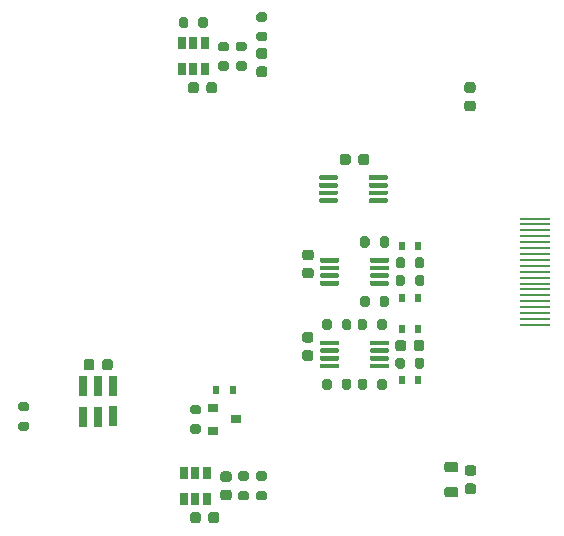
<source format=gbr>
%TF.GenerationSoftware,KiCad,Pcbnew,5.1.9-73d0e3b20d~88~ubuntu20.04.1*%
%TF.CreationDate,2021-06-05T19:42:07+02:00*%
%TF.ProjectId,andy,616e6479-2e6b-4696-9361-645f70636258,v1.00*%
%TF.SameCoordinates,Original*%
%TF.FileFunction,Paste,Top*%
%TF.FilePolarity,Positive*%
%FSLAX46Y46*%
G04 Gerber Fmt 4.6, Leading zero omitted, Abs format (unit mm)*
G04 Created by KiCad (PCBNEW 5.1.9-73d0e3b20d~88~ubuntu20.04.1) date 2021-06-05 19:42:07*
%MOMM*%
%LPD*%
G01*
G04 APERTURE LIST*
%ADD10R,0.650000X1.060000*%
%ADD11R,2.600000X0.280000*%
%ADD12R,0.600000X0.700000*%
%ADD13R,0.900000X0.800000*%
%ADD14R,0.800000X1.700000*%
G04 APERTURE END LIST*
%TO.C,C1*%
G36*
G01*
X169910000Y-82625000D02*
X170410000Y-82625000D01*
G75*
G02*
X170635000Y-82850000I0J-225000D01*
G01*
X170635000Y-83300000D01*
G75*
G02*
X170410000Y-83525000I-225000J0D01*
G01*
X169910000Y-83525000D01*
G75*
G02*
X169685000Y-83300000I0J225000D01*
G01*
X169685000Y-82850000D01*
G75*
G02*
X169910000Y-82625000I225000J0D01*
G01*
G37*
G36*
G01*
X169910000Y-81075000D02*
X170410000Y-81075000D01*
G75*
G02*
X170635000Y-81300000I0J-225000D01*
G01*
X170635000Y-81750000D01*
G75*
G02*
X170410000Y-81975000I-225000J0D01*
G01*
X169910000Y-81975000D01*
G75*
G02*
X169685000Y-81750000I0J225000D01*
G01*
X169685000Y-81300000D01*
G75*
G02*
X169910000Y-81075000I225000J0D01*
G01*
G37*
%TD*%
%TO.C,C2*%
G36*
G01*
X187530000Y-85510000D02*
X188030000Y-85510000D01*
G75*
G02*
X188255000Y-85735000I0J-225000D01*
G01*
X188255000Y-86185000D01*
G75*
G02*
X188030000Y-86410000I-225000J0D01*
G01*
X187530000Y-86410000D01*
G75*
G02*
X187305000Y-86185000I0J225000D01*
G01*
X187305000Y-85735000D01*
G75*
G02*
X187530000Y-85510000I225000J0D01*
G01*
G37*
G36*
G01*
X187530000Y-83960000D02*
X188030000Y-83960000D01*
G75*
G02*
X188255000Y-84185000I0J-225000D01*
G01*
X188255000Y-84635000D01*
G75*
G02*
X188030000Y-84860000I-225000J0D01*
G01*
X187530000Y-84860000D01*
G75*
G02*
X187305000Y-84635000I0J225000D01*
G01*
X187305000Y-84185000D01*
G75*
G02*
X187530000Y-83960000I225000J0D01*
G01*
G37*
%TD*%
%TO.C,C3*%
G36*
G01*
X187570000Y-116380000D02*
X188070000Y-116380000D01*
G75*
G02*
X188295000Y-116605000I0J-225000D01*
G01*
X188295000Y-117055000D01*
G75*
G02*
X188070000Y-117280000I-225000J0D01*
G01*
X187570000Y-117280000D01*
G75*
G02*
X187345000Y-117055000I0J225000D01*
G01*
X187345000Y-116605000D01*
G75*
G02*
X187570000Y-116380000I225000J0D01*
G01*
G37*
G36*
G01*
X187570000Y-117930000D02*
X188070000Y-117930000D01*
G75*
G02*
X188295000Y-118155000I0J-225000D01*
G01*
X188295000Y-118605000D01*
G75*
G02*
X188070000Y-118830000I-225000J0D01*
G01*
X187570000Y-118830000D01*
G75*
G02*
X187345000Y-118605000I0J225000D01*
G01*
X187345000Y-118155000D01*
G75*
G02*
X187570000Y-117930000I225000J0D01*
G01*
G37*
%TD*%
%TO.C,C4*%
G36*
G01*
X166535000Y-120570000D02*
X166535000Y-121070000D01*
G75*
G02*
X166310000Y-121295000I-225000J0D01*
G01*
X165860000Y-121295000D01*
G75*
G02*
X165635000Y-121070000I0J225000D01*
G01*
X165635000Y-120570000D01*
G75*
G02*
X165860000Y-120345000I225000J0D01*
G01*
X166310000Y-120345000D01*
G75*
G02*
X166535000Y-120570000I0J-225000D01*
G01*
G37*
G36*
G01*
X164985000Y-120570000D02*
X164985000Y-121070000D01*
G75*
G02*
X164760000Y-121295000I-225000J0D01*
G01*
X164310000Y-121295000D01*
G75*
G02*
X164085000Y-121070000I0J225000D01*
G01*
X164085000Y-120570000D01*
G75*
G02*
X164310000Y-120345000I225000J0D01*
G01*
X164760000Y-120345000D01*
G75*
G02*
X164985000Y-120570000I0J-225000D01*
G01*
G37*
%TD*%
%TO.C,C5*%
G36*
G01*
X166365000Y-84180000D02*
X166365000Y-84680000D01*
G75*
G02*
X166140000Y-84905000I-225000J0D01*
G01*
X165690000Y-84905000D01*
G75*
G02*
X165465000Y-84680000I0J225000D01*
G01*
X165465000Y-84180000D01*
G75*
G02*
X165690000Y-83955000I225000J0D01*
G01*
X166140000Y-83955000D01*
G75*
G02*
X166365000Y-84180000I0J-225000D01*
G01*
G37*
G36*
G01*
X164815000Y-84180000D02*
X164815000Y-84680000D01*
G75*
G02*
X164590000Y-84905000I-225000J0D01*
G01*
X164140000Y-84905000D01*
G75*
G02*
X163915000Y-84680000I0J225000D01*
G01*
X163915000Y-84180000D01*
G75*
G02*
X164140000Y-83955000I225000J0D01*
G01*
X164590000Y-83955000D01*
G75*
G02*
X164815000Y-84180000I0J-225000D01*
G01*
G37*
%TD*%
%TO.C,C6*%
G36*
G01*
X166870000Y-118465000D02*
X167370000Y-118465000D01*
G75*
G02*
X167595000Y-118690000I0J-225000D01*
G01*
X167595000Y-119140000D01*
G75*
G02*
X167370000Y-119365000I-225000J0D01*
G01*
X166870000Y-119365000D01*
G75*
G02*
X166645000Y-119140000I0J225000D01*
G01*
X166645000Y-118690000D01*
G75*
G02*
X166870000Y-118465000I225000J0D01*
G01*
G37*
G36*
G01*
X166870000Y-116915000D02*
X167370000Y-116915000D01*
G75*
G02*
X167595000Y-117140000I0J-225000D01*
G01*
X167595000Y-117590000D01*
G75*
G02*
X167370000Y-117815000I-225000J0D01*
G01*
X166870000Y-117815000D01*
G75*
G02*
X166645000Y-117590000I0J225000D01*
G01*
X166645000Y-117140000D01*
G75*
G02*
X166870000Y-116915000I225000J0D01*
G01*
G37*
%TD*%
%TO.C,L1*%
G36*
G01*
X186581250Y-119105000D02*
X185818750Y-119105000D01*
G75*
G02*
X185600000Y-118886250I0J218750D01*
G01*
X185600000Y-118448750D01*
G75*
G02*
X185818750Y-118230000I218750J0D01*
G01*
X186581250Y-118230000D01*
G75*
G02*
X186800000Y-118448750I0J-218750D01*
G01*
X186800000Y-118886250D01*
G75*
G02*
X186581250Y-119105000I-218750J0D01*
G01*
G37*
G36*
G01*
X186581250Y-116980000D02*
X185818750Y-116980000D01*
G75*
G02*
X185600000Y-116761250I0J218750D01*
G01*
X185600000Y-116323750D01*
G75*
G02*
X185818750Y-116105000I218750J0D01*
G01*
X186581250Y-116105000D01*
G75*
G02*
X186800000Y-116323750I0J-218750D01*
G01*
X186800000Y-116761250D01*
G75*
G02*
X186581250Y-116980000I-218750J0D01*
G01*
G37*
%TD*%
%TO.C,R1*%
G36*
G01*
X170435000Y-80495000D02*
X169885000Y-80495000D01*
G75*
G02*
X169685000Y-80295000I0J200000D01*
G01*
X169685000Y-79895000D01*
G75*
G02*
X169885000Y-79695000I200000J0D01*
G01*
X170435000Y-79695000D01*
G75*
G02*
X170635000Y-79895000I0J-200000D01*
G01*
X170635000Y-80295000D01*
G75*
G02*
X170435000Y-80495000I-200000J0D01*
G01*
G37*
G36*
G01*
X170435000Y-78845000D02*
X169885000Y-78845000D01*
G75*
G02*
X169685000Y-78645000I0J200000D01*
G01*
X169685000Y-78245000D01*
G75*
G02*
X169885000Y-78045000I200000J0D01*
G01*
X170435000Y-78045000D01*
G75*
G02*
X170635000Y-78245000I0J-200000D01*
G01*
X170635000Y-78645000D01*
G75*
G02*
X170435000Y-78845000I-200000J0D01*
G01*
G37*
%TD*%
%TO.C,R2*%
G36*
G01*
X168705000Y-82985000D02*
X168155000Y-82985000D01*
G75*
G02*
X167955000Y-82785000I0J200000D01*
G01*
X167955000Y-82385000D01*
G75*
G02*
X168155000Y-82185000I200000J0D01*
G01*
X168705000Y-82185000D01*
G75*
G02*
X168905000Y-82385000I0J-200000D01*
G01*
X168905000Y-82785000D01*
G75*
G02*
X168705000Y-82985000I-200000J0D01*
G01*
G37*
G36*
G01*
X168705000Y-81335000D02*
X168155000Y-81335000D01*
G75*
G02*
X167955000Y-81135000I0J200000D01*
G01*
X167955000Y-80735000D01*
G75*
G02*
X168155000Y-80535000I200000J0D01*
G01*
X168705000Y-80535000D01*
G75*
G02*
X168905000Y-80735000I0J-200000D01*
G01*
X168905000Y-81135000D01*
G75*
G02*
X168705000Y-81335000I-200000J0D01*
G01*
G37*
%TD*%
%TO.C,R3*%
G36*
G01*
X166645000Y-82195000D02*
X167195000Y-82195000D01*
G75*
G02*
X167395000Y-82395000I0J-200000D01*
G01*
X167395000Y-82795000D01*
G75*
G02*
X167195000Y-82995000I-200000J0D01*
G01*
X166645000Y-82995000D01*
G75*
G02*
X166445000Y-82795000I0J200000D01*
G01*
X166445000Y-82395000D01*
G75*
G02*
X166645000Y-82195000I200000J0D01*
G01*
G37*
G36*
G01*
X166645000Y-80545000D02*
X167195000Y-80545000D01*
G75*
G02*
X167395000Y-80745000I0J-200000D01*
G01*
X167395000Y-81145000D01*
G75*
G02*
X167195000Y-81345000I-200000J0D01*
G01*
X166645000Y-81345000D01*
G75*
G02*
X166445000Y-81145000I0J200000D01*
G01*
X166445000Y-80745000D01*
G75*
G02*
X166645000Y-80545000I200000J0D01*
G01*
G37*
%TD*%
%TO.C,R4*%
G36*
G01*
X164785000Y-79185000D02*
X164785000Y-78635000D01*
G75*
G02*
X164985000Y-78435000I200000J0D01*
G01*
X165385000Y-78435000D01*
G75*
G02*
X165585000Y-78635000I0J-200000D01*
G01*
X165585000Y-79185000D01*
G75*
G02*
X165385000Y-79385000I-200000J0D01*
G01*
X164985000Y-79385000D01*
G75*
G02*
X164785000Y-79185000I0J200000D01*
G01*
G37*
G36*
G01*
X163135000Y-79185000D02*
X163135000Y-78635000D01*
G75*
G02*
X163335000Y-78435000I200000J0D01*
G01*
X163735000Y-78435000D01*
G75*
G02*
X163935000Y-78635000I0J-200000D01*
G01*
X163935000Y-79185000D01*
G75*
G02*
X163735000Y-79385000I-200000J0D01*
G01*
X163335000Y-79385000D01*
G75*
G02*
X163135000Y-79185000I0J200000D01*
G01*
G37*
%TD*%
%TO.C,R5*%
G36*
G01*
X168875000Y-117715000D02*
X168325000Y-117715000D01*
G75*
G02*
X168125000Y-117515000I0J200000D01*
G01*
X168125000Y-117115000D01*
G75*
G02*
X168325000Y-116915000I200000J0D01*
G01*
X168875000Y-116915000D01*
G75*
G02*
X169075000Y-117115000I0J-200000D01*
G01*
X169075000Y-117515000D01*
G75*
G02*
X168875000Y-117715000I-200000J0D01*
G01*
G37*
G36*
G01*
X168875000Y-119365000D02*
X168325000Y-119365000D01*
G75*
G02*
X168125000Y-119165000I0J200000D01*
G01*
X168125000Y-118765000D01*
G75*
G02*
X168325000Y-118565000I200000J0D01*
G01*
X168875000Y-118565000D01*
G75*
G02*
X169075000Y-118765000I0J-200000D01*
G01*
X169075000Y-119165000D01*
G75*
G02*
X168875000Y-119365000I-200000J0D01*
G01*
G37*
%TD*%
%TO.C,R6*%
G36*
G01*
X170395000Y-119365000D02*
X169845000Y-119365000D01*
G75*
G02*
X169645000Y-119165000I0J200000D01*
G01*
X169645000Y-118765000D01*
G75*
G02*
X169845000Y-118565000I200000J0D01*
G01*
X170395000Y-118565000D01*
G75*
G02*
X170595000Y-118765000I0J-200000D01*
G01*
X170595000Y-119165000D01*
G75*
G02*
X170395000Y-119365000I-200000J0D01*
G01*
G37*
G36*
G01*
X170395000Y-117715000D02*
X169845000Y-117715000D01*
G75*
G02*
X169645000Y-117515000I0J200000D01*
G01*
X169645000Y-117115000D01*
G75*
G02*
X169845000Y-116915000I200000J0D01*
G01*
X170395000Y-116915000D01*
G75*
G02*
X170595000Y-117115000I0J-200000D01*
G01*
X170595000Y-117515000D01*
G75*
G02*
X170395000Y-117715000I-200000J0D01*
G01*
G37*
%TD*%
D10*
%TO.C,U4*%
X165310000Y-80670000D03*
X164360000Y-80670000D03*
X163410000Y-80670000D03*
X163410000Y-82870000D03*
X165310000Y-82870000D03*
X164360000Y-82870000D03*
%TD*%
%TO.C,U5*%
X164540000Y-119260000D03*
X165490000Y-119260000D03*
X163590000Y-119260000D03*
X163590000Y-117060000D03*
X164540000Y-117060000D03*
X165490000Y-117060000D03*
%TD*%
D11*
%TO.C,J3*%
X193280000Y-95500000D03*
X193280000Y-96000000D03*
X193280000Y-96500000D03*
X193280000Y-97000000D03*
X193280000Y-97500000D03*
X193280000Y-98000000D03*
X193280000Y-98500000D03*
X193280000Y-99000000D03*
X193280000Y-99500000D03*
X193280000Y-100000000D03*
X193280000Y-100500000D03*
X193280000Y-101000000D03*
X193280000Y-101500000D03*
X193280000Y-102000000D03*
X193280000Y-102500000D03*
X193280000Y-103000000D03*
X193280000Y-103500000D03*
X193280000Y-104000000D03*
X193280000Y-104500000D03*
%TD*%
%TO.C,C7*%
G36*
G01*
X181465000Y-106510000D02*
X181465000Y-106010000D01*
G75*
G02*
X181690000Y-105785000I225000J0D01*
G01*
X182140000Y-105785000D01*
G75*
G02*
X182365000Y-106010000I0J-225000D01*
G01*
X182365000Y-106510000D01*
G75*
G02*
X182140000Y-106735000I-225000J0D01*
G01*
X181690000Y-106735000D01*
G75*
G02*
X181465000Y-106510000I0J225000D01*
G01*
G37*
G36*
G01*
X183015000Y-106510000D02*
X183015000Y-106010000D01*
G75*
G02*
X183240000Y-105785000I225000J0D01*
G01*
X183690000Y-105785000D01*
G75*
G02*
X183915000Y-106010000I0J-225000D01*
G01*
X183915000Y-106510000D01*
G75*
G02*
X183690000Y-106735000I-225000J0D01*
G01*
X183240000Y-106735000D01*
G75*
G02*
X183015000Y-106510000I0J225000D01*
G01*
G37*
%TD*%
%TO.C,C8*%
G36*
G01*
X173800000Y-105105000D02*
X174300000Y-105105000D01*
G75*
G02*
X174525000Y-105330000I0J-225000D01*
G01*
X174525000Y-105780000D01*
G75*
G02*
X174300000Y-106005000I-225000J0D01*
G01*
X173800000Y-106005000D01*
G75*
G02*
X173575000Y-105780000I0J225000D01*
G01*
X173575000Y-105330000D01*
G75*
G02*
X173800000Y-105105000I225000J0D01*
G01*
G37*
G36*
G01*
X173800000Y-106655000D02*
X174300000Y-106655000D01*
G75*
G02*
X174525000Y-106880000I0J-225000D01*
G01*
X174525000Y-107330000D01*
G75*
G02*
X174300000Y-107555000I-225000J0D01*
G01*
X173800000Y-107555000D01*
G75*
G02*
X173575000Y-107330000I0J225000D01*
G01*
X173575000Y-106880000D01*
G75*
G02*
X173800000Y-106655000I225000J0D01*
G01*
G37*
%TD*%
%TO.C,C9*%
G36*
G01*
X173810000Y-99675000D02*
X174310000Y-99675000D01*
G75*
G02*
X174535000Y-99900000I0J-225000D01*
G01*
X174535000Y-100350000D01*
G75*
G02*
X174310000Y-100575000I-225000J0D01*
G01*
X173810000Y-100575000D01*
G75*
G02*
X173585000Y-100350000I0J225000D01*
G01*
X173585000Y-99900000D01*
G75*
G02*
X173810000Y-99675000I225000J0D01*
G01*
G37*
G36*
G01*
X173810000Y-98125000D02*
X174310000Y-98125000D01*
G75*
G02*
X174535000Y-98350000I0J-225000D01*
G01*
X174535000Y-98800000D01*
G75*
G02*
X174310000Y-99025000I-225000J0D01*
G01*
X173810000Y-99025000D01*
G75*
G02*
X173585000Y-98800000I0J225000D01*
G01*
X173585000Y-98350000D01*
G75*
G02*
X173810000Y-98125000I225000J0D01*
G01*
G37*
%TD*%
D12*
%TO.C,D1*%
X183400000Y-109200000D03*
X182000000Y-109200000D03*
%TD*%
%TO.C,D2*%
X183400000Y-104810000D03*
X182000000Y-104810000D03*
%TD*%
%TO.C,D3*%
X182000000Y-102200000D03*
X183400000Y-102200000D03*
%TD*%
%TO.C,D4*%
X183400000Y-97800000D03*
X182000000Y-97800000D03*
%TD*%
%TO.C,D5*%
X167700000Y-110030000D03*
X166300000Y-110030000D03*
%TD*%
D13*
%TO.C,Q1*%
X166000000Y-111550000D03*
X166000000Y-113450000D03*
X168000000Y-112500000D03*
%TD*%
%TO.C,R7*%
G36*
G01*
X178475000Y-102795000D02*
X178475000Y-102245000D01*
G75*
G02*
X178675000Y-102045000I200000J0D01*
G01*
X179075000Y-102045000D01*
G75*
G02*
X179275000Y-102245000I0J-200000D01*
G01*
X179275000Y-102795000D01*
G75*
G02*
X179075000Y-102995000I-200000J0D01*
G01*
X178675000Y-102995000D01*
G75*
G02*
X178475000Y-102795000I0J200000D01*
G01*
G37*
G36*
G01*
X180125000Y-102795000D02*
X180125000Y-102245000D01*
G75*
G02*
X180325000Y-102045000I200000J0D01*
G01*
X180725000Y-102045000D01*
G75*
G02*
X180925000Y-102245000I0J-200000D01*
G01*
X180925000Y-102795000D01*
G75*
G02*
X180725000Y-102995000I-200000J0D01*
G01*
X180325000Y-102995000D01*
G75*
G02*
X180125000Y-102795000I0J200000D01*
G01*
G37*
%TD*%
%TO.C,R8*%
G36*
G01*
X183115000Y-108015000D02*
X183115000Y-107465000D01*
G75*
G02*
X183315000Y-107265000I200000J0D01*
G01*
X183715000Y-107265000D01*
G75*
G02*
X183915000Y-107465000I0J-200000D01*
G01*
X183915000Y-108015000D01*
G75*
G02*
X183715000Y-108215000I-200000J0D01*
G01*
X183315000Y-108215000D01*
G75*
G02*
X183115000Y-108015000I0J200000D01*
G01*
G37*
G36*
G01*
X181465000Y-108015000D02*
X181465000Y-107465000D01*
G75*
G02*
X181665000Y-107265000I200000J0D01*
G01*
X182065000Y-107265000D01*
G75*
G02*
X182265000Y-107465000I0J-200000D01*
G01*
X182265000Y-108015000D01*
G75*
G02*
X182065000Y-108215000I-200000J0D01*
G01*
X181665000Y-108215000D01*
G75*
G02*
X181465000Y-108015000I0J200000D01*
G01*
G37*
%TD*%
%TO.C,R9*%
G36*
G01*
X180125000Y-97755000D02*
X180125000Y-97205000D01*
G75*
G02*
X180325000Y-97005000I200000J0D01*
G01*
X180725000Y-97005000D01*
G75*
G02*
X180925000Y-97205000I0J-200000D01*
G01*
X180925000Y-97755000D01*
G75*
G02*
X180725000Y-97955000I-200000J0D01*
G01*
X180325000Y-97955000D01*
G75*
G02*
X180125000Y-97755000I0J200000D01*
G01*
G37*
G36*
G01*
X178475000Y-97755000D02*
X178475000Y-97205000D01*
G75*
G02*
X178675000Y-97005000I200000J0D01*
G01*
X179075000Y-97005000D01*
G75*
G02*
X179275000Y-97205000I0J-200000D01*
G01*
X179275000Y-97755000D01*
G75*
G02*
X179075000Y-97955000I-200000J0D01*
G01*
X178675000Y-97955000D01*
G75*
G02*
X178475000Y-97755000I0J200000D01*
G01*
G37*
%TD*%
%TO.C,R10*%
G36*
G01*
X183125000Y-99525000D02*
X183125000Y-98975000D01*
G75*
G02*
X183325000Y-98775000I200000J0D01*
G01*
X183725000Y-98775000D01*
G75*
G02*
X183925000Y-98975000I0J-200000D01*
G01*
X183925000Y-99525000D01*
G75*
G02*
X183725000Y-99725000I-200000J0D01*
G01*
X183325000Y-99725000D01*
G75*
G02*
X183125000Y-99525000I0J200000D01*
G01*
G37*
G36*
G01*
X181475000Y-99525000D02*
X181475000Y-98975000D01*
G75*
G02*
X181675000Y-98775000I200000J0D01*
G01*
X182075000Y-98775000D01*
G75*
G02*
X182275000Y-98975000I0J-200000D01*
G01*
X182275000Y-99525000D01*
G75*
G02*
X182075000Y-99725000I-200000J0D01*
G01*
X181675000Y-99725000D01*
G75*
G02*
X181475000Y-99525000I0J200000D01*
G01*
G37*
%TD*%
%TO.C,R11*%
G36*
G01*
X181475000Y-101025000D02*
X181475000Y-100475000D01*
G75*
G02*
X181675000Y-100275000I200000J0D01*
G01*
X182075000Y-100275000D01*
G75*
G02*
X182275000Y-100475000I0J-200000D01*
G01*
X182275000Y-101025000D01*
G75*
G02*
X182075000Y-101225000I-200000J0D01*
G01*
X181675000Y-101225000D01*
G75*
G02*
X181475000Y-101025000I0J200000D01*
G01*
G37*
G36*
G01*
X183125000Y-101025000D02*
X183125000Y-100475000D01*
G75*
G02*
X183325000Y-100275000I200000J0D01*
G01*
X183725000Y-100275000D01*
G75*
G02*
X183925000Y-100475000I0J-200000D01*
G01*
X183925000Y-101025000D01*
G75*
G02*
X183725000Y-101225000I-200000J0D01*
G01*
X183325000Y-101225000D01*
G75*
G02*
X183125000Y-101025000I0J200000D01*
G01*
G37*
%TD*%
%TO.C,R12*%
G36*
G01*
X180715000Y-104205000D02*
X180715000Y-104755000D01*
G75*
G02*
X180515000Y-104955000I-200000J0D01*
G01*
X180115000Y-104955000D01*
G75*
G02*
X179915000Y-104755000I0J200000D01*
G01*
X179915000Y-104205000D01*
G75*
G02*
X180115000Y-104005000I200000J0D01*
G01*
X180515000Y-104005000D01*
G75*
G02*
X180715000Y-104205000I0J-200000D01*
G01*
G37*
G36*
G01*
X179065000Y-104205000D02*
X179065000Y-104755000D01*
G75*
G02*
X178865000Y-104955000I-200000J0D01*
G01*
X178465000Y-104955000D01*
G75*
G02*
X178265000Y-104755000I0J200000D01*
G01*
X178265000Y-104205000D01*
G75*
G02*
X178465000Y-104005000I200000J0D01*
G01*
X178865000Y-104005000D01*
G75*
G02*
X179065000Y-104205000I0J-200000D01*
G01*
G37*
%TD*%
%TO.C,R13*%
G36*
G01*
X176085000Y-104205000D02*
X176085000Y-104755000D01*
G75*
G02*
X175885000Y-104955000I-200000J0D01*
G01*
X175485000Y-104955000D01*
G75*
G02*
X175285000Y-104755000I0J200000D01*
G01*
X175285000Y-104205000D01*
G75*
G02*
X175485000Y-104005000I200000J0D01*
G01*
X175885000Y-104005000D01*
G75*
G02*
X176085000Y-104205000I0J-200000D01*
G01*
G37*
G36*
G01*
X177735000Y-104205000D02*
X177735000Y-104755000D01*
G75*
G02*
X177535000Y-104955000I-200000J0D01*
G01*
X177135000Y-104955000D01*
G75*
G02*
X176935000Y-104755000I0J200000D01*
G01*
X176935000Y-104205000D01*
G75*
G02*
X177135000Y-104005000I200000J0D01*
G01*
X177535000Y-104005000D01*
G75*
G02*
X177735000Y-104205000I0J-200000D01*
G01*
G37*
%TD*%
%TO.C,R14*%
G36*
G01*
X164275000Y-111275000D02*
X164825000Y-111275000D01*
G75*
G02*
X165025000Y-111475000I0J-200000D01*
G01*
X165025000Y-111875000D01*
G75*
G02*
X164825000Y-112075000I-200000J0D01*
G01*
X164275000Y-112075000D01*
G75*
G02*
X164075000Y-111875000I0J200000D01*
G01*
X164075000Y-111475000D01*
G75*
G02*
X164275000Y-111275000I200000J0D01*
G01*
G37*
G36*
G01*
X164275000Y-112925000D02*
X164825000Y-112925000D01*
G75*
G02*
X165025000Y-113125000I0J-200000D01*
G01*
X165025000Y-113525000D01*
G75*
G02*
X164825000Y-113725000I-200000J0D01*
G01*
X164275000Y-113725000D01*
G75*
G02*
X164075000Y-113525000I0J200000D01*
G01*
X164075000Y-113125000D01*
G75*
G02*
X164275000Y-112925000I200000J0D01*
G01*
G37*
%TD*%
%TO.C,R15*%
G36*
G01*
X180725000Y-109245000D02*
X180725000Y-109795000D01*
G75*
G02*
X180525000Y-109995000I-200000J0D01*
G01*
X180125000Y-109995000D01*
G75*
G02*
X179925000Y-109795000I0J200000D01*
G01*
X179925000Y-109245000D01*
G75*
G02*
X180125000Y-109045000I200000J0D01*
G01*
X180525000Y-109045000D01*
G75*
G02*
X180725000Y-109245000I0J-200000D01*
G01*
G37*
G36*
G01*
X179075000Y-109245000D02*
X179075000Y-109795000D01*
G75*
G02*
X178875000Y-109995000I-200000J0D01*
G01*
X178475000Y-109995000D01*
G75*
G02*
X178275000Y-109795000I0J200000D01*
G01*
X178275000Y-109245000D01*
G75*
G02*
X178475000Y-109045000I200000J0D01*
G01*
X178875000Y-109045000D01*
G75*
G02*
X179075000Y-109245000I0J-200000D01*
G01*
G37*
%TD*%
%TO.C,R16*%
G36*
G01*
X176075000Y-109245000D02*
X176075000Y-109795000D01*
G75*
G02*
X175875000Y-109995000I-200000J0D01*
G01*
X175475000Y-109995000D01*
G75*
G02*
X175275000Y-109795000I0J200000D01*
G01*
X175275000Y-109245000D01*
G75*
G02*
X175475000Y-109045000I200000J0D01*
G01*
X175875000Y-109045000D01*
G75*
G02*
X176075000Y-109245000I0J-200000D01*
G01*
G37*
G36*
G01*
X177725000Y-109245000D02*
X177725000Y-109795000D01*
G75*
G02*
X177525000Y-109995000I-200000J0D01*
G01*
X177125000Y-109995000D01*
G75*
G02*
X176925000Y-109795000I0J200000D01*
G01*
X176925000Y-109245000D01*
G75*
G02*
X177125000Y-109045000I200000J0D01*
G01*
X177525000Y-109045000D01*
G75*
G02*
X177725000Y-109245000I0J-200000D01*
G01*
G37*
%TD*%
%TO.C,U6*%
G36*
G01*
X179300000Y-106125000D02*
X179300000Y-105925000D01*
G75*
G02*
X179400000Y-105825000I100000J0D01*
G01*
X180825000Y-105825000D01*
G75*
G02*
X180925000Y-105925000I0J-100000D01*
G01*
X180925000Y-106125000D01*
G75*
G02*
X180825000Y-106225000I-100000J0D01*
G01*
X179400000Y-106225000D01*
G75*
G02*
X179300000Y-106125000I0J100000D01*
G01*
G37*
G36*
G01*
X179300000Y-106775000D02*
X179300000Y-106575000D01*
G75*
G02*
X179400000Y-106475000I100000J0D01*
G01*
X180825000Y-106475000D01*
G75*
G02*
X180925000Y-106575000I0J-100000D01*
G01*
X180925000Y-106775000D01*
G75*
G02*
X180825000Y-106875000I-100000J0D01*
G01*
X179400000Y-106875000D01*
G75*
G02*
X179300000Y-106775000I0J100000D01*
G01*
G37*
G36*
G01*
X179300000Y-107425000D02*
X179300000Y-107225000D01*
G75*
G02*
X179400000Y-107125000I100000J0D01*
G01*
X180825000Y-107125000D01*
G75*
G02*
X180925000Y-107225000I0J-100000D01*
G01*
X180925000Y-107425000D01*
G75*
G02*
X180825000Y-107525000I-100000J0D01*
G01*
X179400000Y-107525000D01*
G75*
G02*
X179300000Y-107425000I0J100000D01*
G01*
G37*
G36*
G01*
X179300000Y-108075000D02*
X179300000Y-107875000D01*
G75*
G02*
X179400000Y-107775000I100000J0D01*
G01*
X180825000Y-107775000D01*
G75*
G02*
X180925000Y-107875000I0J-100000D01*
G01*
X180925000Y-108075000D01*
G75*
G02*
X180825000Y-108175000I-100000J0D01*
G01*
X179400000Y-108175000D01*
G75*
G02*
X179300000Y-108075000I0J100000D01*
G01*
G37*
G36*
G01*
X175075000Y-108075000D02*
X175075000Y-107875000D01*
G75*
G02*
X175175000Y-107775000I100000J0D01*
G01*
X176600000Y-107775000D01*
G75*
G02*
X176700000Y-107875000I0J-100000D01*
G01*
X176700000Y-108075000D01*
G75*
G02*
X176600000Y-108175000I-100000J0D01*
G01*
X175175000Y-108175000D01*
G75*
G02*
X175075000Y-108075000I0J100000D01*
G01*
G37*
G36*
G01*
X175075000Y-107425000D02*
X175075000Y-107225000D01*
G75*
G02*
X175175000Y-107125000I100000J0D01*
G01*
X176600000Y-107125000D01*
G75*
G02*
X176700000Y-107225000I0J-100000D01*
G01*
X176700000Y-107425000D01*
G75*
G02*
X176600000Y-107525000I-100000J0D01*
G01*
X175175000Y-107525000D01*
G75*
G02*
X175075000Y-107425000I0J100000D01*
G01*
G37*
G36*
G01*
X175075000Y-106775000D02*
X175075000Y-106575000D01*
G75*
G02*
X175175000Y-106475000I100000J0D01*
G01*
X176600000Y-106475000D01*
G75*
G02*
X176700000Y-106575000I0J-100000D01*
G01*
X176700000Y-106775000D01*
G75*
G02*
X176600000Y-106875000I-100000J0D01*
G01*
X175175000Y-106875000D01*
G75*
G02*
X175075000Y-106775000I0J100000D01*
G01*
G37*
G36*
G01*
X175075000Y-106125000D02*
X175075000Y-105925000D01*
G75*
G02*
X175175000Y-105825000I100000J0D01*
G01*
X176600000Y-105825000D01*
G75*
G02*
X176700000Y-105925000I0J-100000D01*
G01*
X176700000Y-106125000D01*
G75*
G02*
X176600000Y-106225000I-100000J0D01*
G01*
X175175000Y-106225000D01*
G75*
G02*
X175075000Y-106125000I0J100000D01*
G01*
G37*
%TD*%
%TO.C,U7*%
G36*
G01*
X175075000Y-99125000D02*
X175075000Y-98925000D01*
G75*
G02*
X175175000Y-98825000I100000J0D01*
G01*
X176600000Y-98825000D01*
G75*
G02*
X176700000Y-98925000I0J-100000D01*
G01*
X176700000Y-99125000D01*
G75*
G02*
X176600000Y-99225000I-100000J0D01*
G01*
X175175000Y-99225000D01*
G75*
G02*
X175075000Y-99125000I0J100000D01*
G01*
G37*
G36*
G01*
X175075000Y-99775000D02*
X175075000Y-99575000D01*
G75*
G02*
X175175000Y-99475000I100000J0D01*
G01*
X176600000Y-99475000D01*
G75*
G02*
X176700000Y-99575000I0J-100000D01*
G01*
X176700000Y-99775000D01*
G75*
G02*
X176600000Y-99875000I-100000J0D01*
G01*
X175175000Y-99875000D01*
G75*
G02*
X175075000Y-99775000I0J100000D01*
G01*
G37*
G36*
G01*
X175075000Y-100425000D02*
X175075000Y-100225000D01*
G75*
G02*
X175175000Y-100125000I100000J0D01*
G01*
X176600000Y-100125000D01*
G75*
G02*
X176700000Y-100225000I0J-100000D01*
G01*
X176700000Y-100425000D01*
G75*
G02*
X176600000Y-100525000I-100000J0D01*
G01*
X175175000Y-100525000D01*
G75*
G02*
X175075000Y-100425000I0J100000D01*
G01*
G37*
G36*
G01*
X175075000Y-101075000D02*
X175075000Y-100875000D01*
G75*
G02*
X175175000Y-100775000I100000J0D01*
G01*
X176600000Y-100775000D01*
G75*
G02*
X176700000Y-100875000I0J-100000D01*
G01*
X176700000Y-101075000D01*
G75*
G02*
X176600000Y-101175000I-100000J0D01*
G01*
X175175000Y-101175000D01*
G75*
G02*
X175075000Y-101075000I0J100000D01*
G01*
G37*
G36*
G01*
X179300000Y-101075000D02*
X179300000Y-100875000D01*
G75*
G02*
X179400000Y-100775000I100000J0D01*
G01*
X180825000Y-100775000D01*
G75*
G02*
X180925000Y-100875000I0J-100000D01*
G01*
X180925000Y-101075000D01*
G75*
G02*
X180825000Y-101175000I-100000J0D01*
G01*
X179400000Y-101175000D01*
G75*
G02*
X179300000Y-101075000I0J100000D01*
G01*
G37*
G36*
G01*
X179300000Y-100425000D02*
X179300000Y-100225000D01*
G75*
G02*
X179400000Y-100125000I100000J0D01*
G01*
X180825000Y-100125000D01*
G75*
G02*
X180925000Y-100225000I0J-100000D01*
G01*
X180925000Y-100425000D01*
G75*
G02*
X180825000Y-100525000I-100000J0D01*
G01*
X179400000Y-100525000D01*
G75*
G02*
X179300000Y-100425000I0J100000D01*
G01*
G37*
G36*
G01*
X179300000Y-99775000D02*
X179300000Y-99575000D01*
G75*
G02*
X179400000Y-99475000I100000J0D01*
G01*
X180825000Y-99475000D01*
G75*
G02*
X180925000Y-99575000I0J-100000D01*
G01*
X180925000Y-99775000D01*
G75*
G02*
X180825000Y-99875000I-100000J0D01*
G01*
X179400000Y-99875000D01*
G75*
G02*
X179300000Y-99775000I0J100000D01*
G01*
G37*
G36*
G01*
X179300000Y-99125000D02*
X179300000Y-98925000D01*
G75*
G02*
X179400000Y-98825000I100000J0D01*
G01*
X180825000Y-98825000D01*
G75*
G02*
X180925000Y-98925000I0J-100000D01*
G01*
X180925000Y-99125000D01*
G75*
G02*
X180825000Y-99225000I-100000J0D01*
G01*
X179400000Y-99225000D01*
G75*
G02*
X179300000Y-99125000I0J100000D01*
G01*
G37*
%TD*%
%TO.C,IC1*%
G36*
G01*
X174975000Y-92125000D02*
X174975000Y-91925000D01*
G75*
G02*
X175075000Y-91825000I100000J0D01*
G01*
X176500000Y-91825000D01*
G75*
G02*
X176600000Y-91925000I0J-100000D01*
G01*
X176600000Y-92125000D01*
G75*
G02*
X176500000Y-92225000I-100000J0D01*
G01*
X175075000Y-92225000D01*
G75*
G02*
X174975000Y-92125000I0J100000D01*
G01*
G37*
G36*
G01*
X174975000Y-92775000D02*
X174975000Y-92575000D01*
G75*
G02*
X175075000Y-92475000I100000J0D01*
G01*
X176500000Y-92475000D01*
G75*
G02*
X176600000Y-92575000I0J-100000D01*
G01*
X176600000Y-92775000D01*
G75*
G02*
X176500000Y-92875000I-100000J0D01*
G01*
X175075000Y-92875000D01*
G75*
G02*
X174975000Y-92775000I0J100000D01*
G01*
G37*
G36*
G01*
X174975000Y-93425000D02*
X174975000Y-93225000D01*
G75*
G02*
X175075000Y-93125000I100000J0D01*
G01*
X176500000Y-93125000D01*
G75*
G02*
X176600000Y-93225000I0J-100000D01*
G01*
X176600000Y-93425000D01*
G75*
G02*
X176500000Y-93525000I-100000J0D01*
G01*
X175075000Y-93525000D01*
G75*
G02*
X174975000Y-93425000I0J100000D01*
G01*
G37*
G36*
G01*
X174975000Y-94075000D02*
X174975000Y-93875000D01*
G75*
G02*
X175075000Y-93775000I100000J0D01*
G01*
X176500000Y-93775000D01*
G75*
G02*
X176600000Y-93875000I0J-100000D01*
G01*
X176600000Y-94075000D01*
G75*
G02*
X176500000Y-94175000I-100000J0D01*
G01*
X175075000Y-94175000D01*
G75*
G02*
X174975000Y-94075000I0J100000D01*
G01*
G37*
G36*
G01*
X179200000Y-94075000D02*
X179200000Y-93875000D01*
G75*
G02*
X179300000Y-93775000I100000J0D01*
G01*
X180725000Y-93775000D01*
G75*
G02*
X180825000Y-93875000I0J-100000D01*
G01*
X180825000Y-94075000D01*
G75*
G02*
X180725000Y-94175000I-100000J0D01*
G01*
X179300000Y-94175000D01*
G75*
G02*
X179200000Y-94075000I0J100000D01*
G01*
G37*
G36*
G01*
X179200000Y-93425000D02*
X179200000Y-93225000D01*
G75*
G02*
X179300000Y-93125000I100000J0D01*
G01*
X180725000Y-93125000D01*
G75*
G02*
X180825000Y-93225000I0J-100000D01*
G01*
X180825000Y-93425000D01*
G75*
G02*
X180725000Y-93525000I-100000J0D01*
G01*
X179300000Y-93525000D01*
G75*
G02*
X179200000Y-93425000I0J100000D01*
G01*
G37*
G36*
G01*
X179200000Y-92775000D02*
X179200000Y-92575000D01*
G75*
G02*
X179300000Y-92475000I100000J0D01*
G01*
X180725000Y-92475000D01*
G75*
G02*
X180825000Y-92575000I0J-100000D01*
G01*
X180825000Y-92775000D01*
G75*
G02*
X180725000Y-92875000I-100000J0D01*
G01*
X179300000Y-92875000D01*
G75*
G02*
X179200000Y-92775000I0J100000D01*
G01*
G37*
G36*
G01*
X179200000Y-92125000D02*
X179200000Y-91925000D01*
G75*
G02*
X179300000Y-91825000I100000J0D01*
G01*
X180725000Y-91825000D01*
G75*
G02*
X180825000Y-91925000I0J-100000D01*
G01*
X180825000Y-92125000D01*
G75*
G02*
X180725000Y-92225000I-100000J0D01*
G01*
X179300000Y-92225000D01*
G75*
G02*
X179200000Y-92125000I0J100000D01*
G01*
G37*
%TD*%
%TO.C,C10*%
G36*
G01*
X179225000Y-90250000D02*
X179225000Y-90750000D01*
G75*
G02*
X179000000Y-90975000I-225000J0D01*
G01*
X178550000Y-90975000D01*
G75*
G02*
X178325000Y-90750000I0J225000D01*
G01*
X178325000Y-90250000D01*
G75*
G02*
X178550000Y-90025000I225000J0D01*
G01*
X179000000Y-90025000D01*
G75*
G02*
X179225000Y-90250000I0J-225000D01*
G01*
G37*
G36*
G01*
X177675000Y-90250000D02*
X177675000Y-90750000D01*
G75*
G02*
X177450000Y-90975000I-225000J0D01*
G01*
X177000000Y-90975000D01*
G75*
G02*
X176775000Y-90750000I0J225000D01*
G01*
X176775000Y-90250000D01*
G75*
G02*
X177000000Y-90025000I225000J0D01*
G01*
X177450000Y-90025000D01*
G75*
G02*
X177675000Y-90250000I0J-225000D01*
G01*
G37*
%TD*%
%TO.C,C11*%
G36*
G01*
X157525000Y-107620000D02*
X157525000Y-108120000D01*
G75*
G02*
X157300000Y-108345000I-225000J0D01*
G01*
X156850000Y-108345000D01*
G75*
G02*
X156625000Y-108120000I0J225000D01*
G01*
X156625000Y-107620000D01*
G75*
G02*
X156850000Y-107395000I225000J0D01*
G01*
X157300000Y-107395000D01*
G75*
G02*
X157525000Y-107620000I0J-225000D01*
G01*
G37*
G36*
G01*
X155975000Y-107620000D02*
X155975000Y-108120000D01*
G75*
G02*
X155750000Y-108345000I-225000J0D01*
G01*
X155300000Y-108345000D01*
G75*
G02*
X155075000Y-108120000I0J225000D01*
G01*
X155075000Y-107620000D01*
G75*
G02*
X155300000Y-107395000I225000J0D01*
G01*
X155750000Y-107395000D01*
G75*
G02*
X155975000Y-107620000I0J-225000D01*
G01*
G37*
%TD*%
D14*
%TO.C,U8*%
X155015001Y-112270000D03*
X156285001Y-112270000D03*
X157585001Y-112240000D03*
X157555001Y-109670000D03*
X156285001Y-109670000D03*
X155015001Y-109670000D03*
%TD*%
%TO.C,R17*%
G36*
G01*
X149725000Y-111035000D02*
X150275000Y-111035000D01*
G75*
G02*
X150475000Y-111235000I0J-200000D01*
G01*
X150475000Y-111635000D01*
G75*
G02*
X150275000Y-111835000I-200000J0D01*
G01*
X149725000Y-111835000D01*
G75*
G02*
X149525000Y-111635000I0J200000D01*
G01*
X149525000Y-111235000D01*
G75*
G02*
X149725000Y-111035000I200000J0D01*
G01*
G37*
G36*
G01*
X149725000Y-112685000D02*
X150275000Y-112685000D01*
G75*
G02*
X150475000Y-112885000I0J-200000D01*
G01*
X150475000Y-113285000D01*
G75*
G02*
X150275000Y-113485000I-200000J0D01*
G01*
X149725000Y-113485000D01*
G75*
G02*
X149525000Y-113285000I0J200000D01*
G01*
X149525000Y-112885000D01*
G75*
G02*
X149725000Y-112685000I200000J0D01*
G01*
G37*
%TD*%
M02*

</source>
